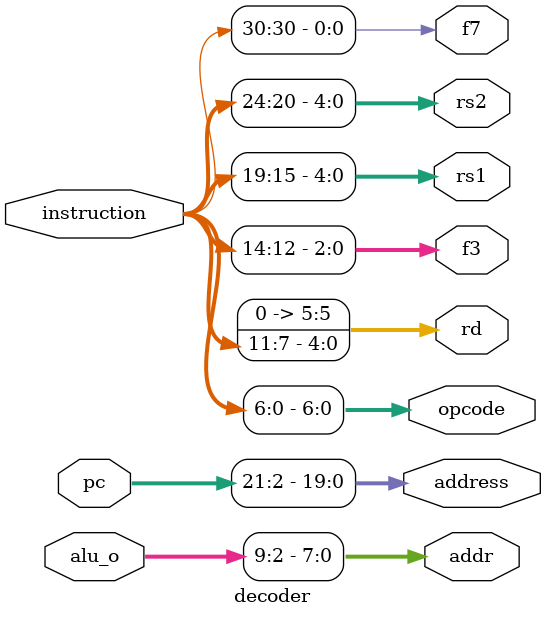
<source format=sv>
`timescale 1ns/1ps
module decoder(
	input logic [31:0] instruction, output logic [6:0] opcode,
	output logic [5:0] rd, output logic [2:0] f3, 
	output logic [4:0] rs1,output logic [4:0] rs2, output logic f7,
	input logic [31:0] pc,
	output logic [19:0] address,
	input logic [31:0] alu_o, 
	output logic [7:0] addr );
always_comb
begin
	opcode = {instruction [6:0]};
	rd = instruction[11:7];
	f3 = instruction[14:12];
	rs1 = instruction[19:15];
	rs2 = instruction[24:20];
	f7 = instruction [30];
	address = pc[21:2];
	addr = alu_o[9:2];
end
endmodule : decoder
</source>
